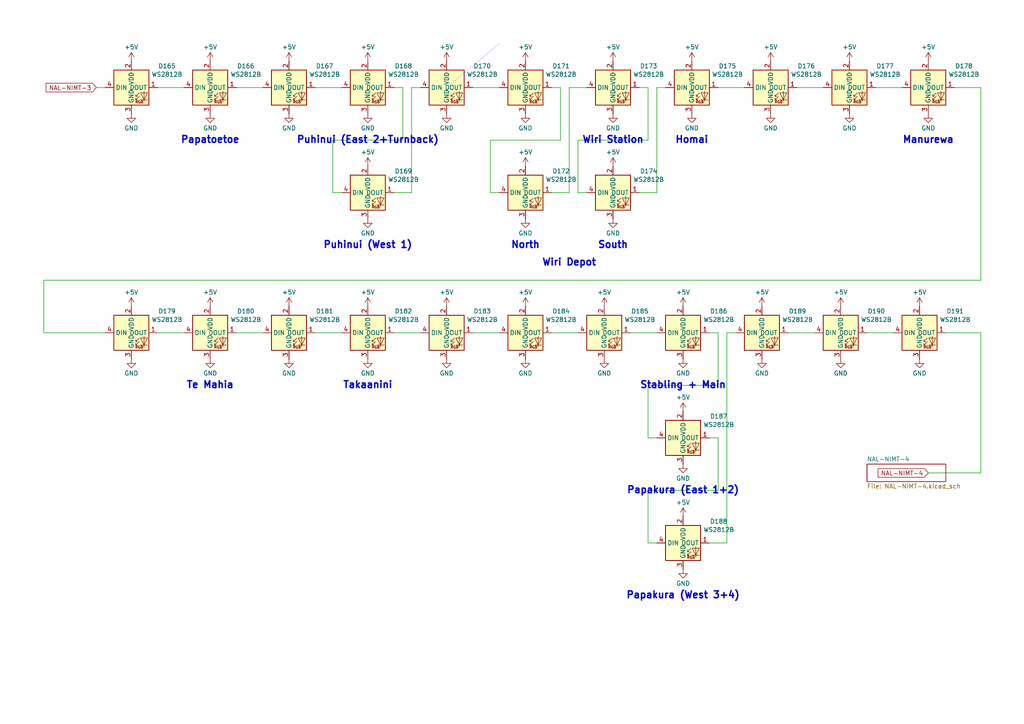
<source format=kicad_sch>
(kicad_sch (version 20250114) (generator "eeschema") (generator_version "9.0")
  (paper "A4")
  (title_block (title "Auckland Train Network Live Map") (date "2025-04-26") (rev "1") (company "Kea Studios") (comment 1 "©Chris Dirks") (comment 2 "MIT License"))
  (lib_symbols
    (symbol "PCM_JLCPCB-Extended:LED, WS2812B, 1615"
      (property "Reference" "D" (at 1.778 6.604 0))
      (property "Value" "WS2812B" (at 5.334 -6.35 0))
      (symbol "LED, WS2812B, 1615_0_0"
        (text "RGB" (at 2.286 -4.191 0) (effects (font (size 0.762 0.762))))
      )
      (symbol "LED, WS2812B, 1615_0_1"
        (polyline (pts (xy 1.27 -2.54) (xy 1.778 -2.54)))
        (polyline (pts (xy 1.27 -3.556) (xy 1.778 -3.556)))
        (polyline (pts (xy 2.286 -1.524) (xy 1.27 -2.54) (xy 1.27 -2.032)))
        (polyline (pts (xy 2.286 -2.54) (xy 1.27 -3.556) (xy 1.27 -3.048)))
        (polyline (pts (xy 3.683 -1.016) (xy 3.683 -3.556) (xy 3.683 -4.064)))
        (polyline (pts (xy 4.699 -1.524) (xy 2.667 -1.524) (xy 3.683 -3.556) (xy 4.699 -1.524)))
        (polyline (pts (xy 4.699 -3.556) (xy 2.667 -3.556)))
        (rectangle (start 5.08 5.08) (end -5.08 -5.08) (stroke (width 0.254)) (fill (type background)))
      )
      (symbol "LED, WS2812B, 1615_1_1"
        (pin input line (at -7.62 0 0) (length 2.54) (name "DIN") (number "4"))
        (pin power_in line (at 0 7.62 270) (length 2.54) (name "VDD") (number "2"))
        (pin power_in line (at 0 -7.62 90) (length 2.54) (name "GND") (number "3"))
        (pin output line (at 7.62 0 180) (length 2.54) (name "DOUT") (number "1"))
      )
    )
    (symbol "power:+5V" (power) (pin_numbers (hide yes)) (pin_names (offset 0) (hide yes))
      (property "Value" "+5V" (at 0 3.556 0))
      (symbol "+5V_0_1"
        (polyline (pts (xy -0.762 1.27) (xy 0 2.54)))
        (polyline (pts (xy 0 2.54) (xy 0.762 1.27)))
        (polyline (pts (xy 0 0) (xy 0 2.54)))
      )
      (symbol "+5V_1_1"
        (pin power_in line (at 0 0 90) (length 0) (name "~") (number "1"))
      )
    )
    (symbol "power:GND" (power) (pin_numbers (hide yes)) (pin_names (offset 0) (hide yes))
      (property "Value" "GND" (at 0 -3.81 0))
      (symbol "GND_0_1"
        (polyline (pts (xy 0 0) (xy 0 -1.27) (xy 1.27 -1.27) (xy 0 -2.54) (xy -1.27 -1.27) (xy 0 -1.27)))
      )
      (symbol "GND_1_1"
        (pin power_in line (at 0 0 270) (length 0) (name "~") (number "1"))
      )
    )
  )
  (text "Homai" (at 200.66 40.64 0) (effects (font (size 2 2) (thickness 0.4) (bold yes))))
  (text "Manurewa" (at 269.24 40.64 0) (effects (font (size 2 2) (thickness 0.4) (bold yes))))
  (text "Stabling + Main" (at 198.12 111.76 0) (effects (font (size 2 2) (thickness 0.4) (bold yes))))
  (text "North" (at 152.4 71.12 0) (effects (font (size 2 2) (thickness 0.4) (bold yes))))
  (text "Puhinui (West 1)" (at 106.68 71.12 0) (effects (font (size 2 2) (thickness 0.4) (bold yes))))
  (text "Wiri Depot" (at 165.1 76.2 0) (effects (font (size 2 2) (thickness 0.4) (bold yes))))
  (text "Te Mahia" (at 60.96 111.76 0) (effects (font (size 2 2) (thickness 0.4) (bold yes))))
  (text "Papakura (West 3+4)" (at 198.12 172.72 0) (effects (font (size 2 2) (thickness 0.4) (bold yes))))
  (text "South" (at 177.8 71.12 0) (effects (font (size 2 2) (thickness 0.4) (bold yes))))
  (text "Takaanini" (at 106.68 111.76 0) (effects (font (size 2 2) (thickness 0.4) (bold yes))))
  (text "Puhinui (East 2+Turnback)" (at 106.68 40.64 0) (effects (font (size 2 2) (thickness 0.4) (bold yes))))
  (text "Wiri Station" (at 177.8 40.64 0) (effects (font (size 2 2) (thickness 0.4) (bold yes))))
  (text "Papatoetoe" (at 60.96 40.64 0) (effects (font (size 2 2) (thickness 0.4) (bold yes))))
  (text "Papakura (East 1+2)" (at 198.12 142.24 0) (effects (font (size 2 2) (thickness 0.4) (bold yes))))
  (wire (pts (xy 114.3 55.88) (xy 119.38 55.88)))
  (wire (pts (xy 27.94 25.4) (xy 30.48 25.4)))
  (wire (pts (xy 116.84 25.4) (xy 116.84 40.64)))
  (wire (pts (xy 208.28 127) (xy 208.28 142.24)))
  (wire (pts (xy 182.88 96.52) (xy 190.5 96.52)))
  (wire (pts (xy 12.7 81.28) (xy 12.7 96.52)))
  (wire (pts (xy 165.1 25.4) (xy 170.18 25.4)))
  (wire (pts (xy 114.3 96.52) (xy 121.92 96.52)))
  (wire (pts (xy 142.24 40.64) (xy 142.24 55.88)))
  (wire (pts (xy 68.58 96.52) (xy 76.2 96.52)))
  (wire (pts (xy 91.44 96.52) (xy 99.06 96.52)))
  (wire (pts (xy 251.46 96.52) (xy 259.08 96.52)))
  (wire (pts (xy 68.58 25.4) (xy 76.2 25.4)))
  (wire (pts (xy 137.16 96.52) (xy 144.78 96.52)))
  (wire (pts (xy 160.02 96.52) (xy 167.64 96.52)))
  (wire (pts (xy 187.96 111.76) (xy 187.96 127)))
  (wire (pts (xy 185.42 55.88) (xy 190.5 55.88)))
  (wire (pts (xy 162.56 40.64) (xy 142.24 40.64)))
  (wire (pts (xy 284.48 81.28) (xy 12.7 81.28)))
  (wire (pts (xy 208.28 96.52) (xy 208.28 111.76)))
  (wire (pts (xy 187.96 142.24) (xy 187.96 157.48)))
  (wire (pts (xy 210.82 96.52) (xy 213.36 96.52)))
  (wire (pts (xy 190.5 55.88) (xy 190.5 25.4)))
  (polyline (pts (xy 144.78 12.7) (xy 129.54 25.4)) (stroke (width 0) (type dot)))
  (wire (pts (xy 160.02 55.88) (xy 165.1 55.88)))
  (wire (pts (xy 96.52 40.64) (xy 96.52 55.88)))
  (wire (pts (xy 91.44 25.4) (xy 99.06 25.4)))
  (wire (pts (xy 187.96 157.48) (xy 190.5 157.48)))
  (wire (pts (xy 205.74 127) (xy 208.28 127)))
  (wire (pts (xy 254 25.4) (xy 261.62 25.4)))
  (wire (pts (xy 190.5 25.4) (xy 193.04 25.4)))
  (wire (pts (xy 208.28 25.4) (xy 215.9 25.4)))
  (wire (pts (xy 185.42 25.4) (xy 187.96 25.4)))
  (wire (pts (xy 228.6 96.52) (xy 236.22 96.52)))
  (wire (pts (xy 231.14 25.4) (xy 238.76 25.4)))
  (wire (pts (xy 276.86 25.4) (xy 284.48 25.4)))
  (wire (pts (xy 210.82 157.48) (xy 210.82 96.52)))
  (wire (pts (xy 284.48 25.4) (xy 284.48 81.28)))
  (wire (pts (xy 162.56 25.4) (xy 162.56 40.64)))
  (wire (pts (xy 167.64 40.64) (xy 167.64 55.88)))
  (wire (pts (xy 205.74 96.52) (xy 208.28 96.52)))
  (wire (pts (xy 205.74 157.48) (xy 210.82 157.48)))
  (wire (pts (xy 208.28 142.24) (xy 187.96 142.24)))
  (wire (pts (xy 114.3 25.4) (xy 116.84 25.4)))
  (wire (pts (xy 208.28 111.76) (xy 187.96 111.76)))
  (wire (pts (xy 137.16 25.4) (xy 144.78 25.4)))
  (wire (pts (xy 187.96 40.64) (xy 167.64 40.64)))
  (wire (pts (xy 119.38 55.88) (xy 119.38 25.4)))
  (wire (pts (xy 12.7 96.52) (xy 30.48 96.52)))
  (wire (pts (xy 119.38 25.4) (xy 121.92 25.4)))
  (wire (pts (xy 160.02 25.4) (xy 162.56 25.4)))
  (wire (pts (xy 45.72 96.52) (xy 53.34 96.52)))
  (wire (pts (xy 284.48 96.52) (xy 284.48 137.16)))
  (wire (pts (xy 165.1 55.88) (xy 165.1 25.4)))
  (wire (pts (xy 269.24 137.16) (xy 284.48 137.16)))
  (wire (pts (xy 142.24 55.88) (xy 144.78 55.88)))
  (wire (pts (xy 187.96 25.4) (xy 187.96 40.64)))
  (wire (pts (xy 167.64 55.88) (xy 170.18 55.88)))
  (wire (pts (xy 187.96 127) (xy 190.5 127)))
  (wire (pts (xy 274.32 96.52) (xy 284.48 96.52)))
  (wire (pts (xy 45.72 25.4) (xy 53.34 25.4)))
  (wire (pts (xy 116.84 40.64) (xy 96.52 40.64)))
  (wire (pts (xy 96.52 55.88) (xy 99.06 55.88)))
  (global_label "NAL-NIMT-3" (shape input) (at 27.94 25.4 180) (property "Intersheetrefs" "${INTERSHEET_REFS}" (effects (hide yes))))
  (global_label "NAL-NIMT-4" (shape input) (at 269.24 137.16 180) (property "Intersheetrefs" "${INTERSHEET_REFS}" (effects (hide yes))))
  (symbol (lib_id "power:GND") (at 129.54 33.02 0) (unit 1)
    (property "Reference" "#PWR0199" (effects (hide yes)))
    (property "Value" "GND" (at 129.54 37.1531 0))
    (property "Description" "Power symbol creates a global label with name \"GND\" , ground" (effects (hide yes)))
  )
  (symbol (lib_id "PCM_JLCPCB-Extended:LED, WS2812B, 1615") (at 175.26 96.52 0) (unit 1)
    (property "Reference" "D185" (at 185.5976 90.2734 0))
    (property "Value" "WS2812B" (at 185.5976 92.6977 0))
    (property "Footprint" "PCM_JLCPCB:LED-SMD_4P-L1.6-W1.5_XL-1615RGBC-WS2812B" (effects (hide yes)))
    (property "Datasheet" "https://atta.szlcsc.com/upload/public/pdf/source/20230111/5AD58278EBED6B6650A81C53A19BF314.pdf" (effects (hide yes)))
    (property "Description" "1615 RGB LEDs(Built-in IC) ROHS" (effects (hide yes)))
    (property "LCSC" "C5349954" (effects (hide yes)))
  )
  (symbol (lib_id "power:GND") (at 60.96 33.02 0) (unit 1)
    (property "Reference" "#PWR0191" (effects (hide yes)))
    (property "Value" "GND" (at 60.96 37.1531 0))
    (property "Description" "Power symbol creates a global label with name \"GND\" , ground" (effects (hide yes)))
  )
  (symbol (lib_id "PCM_JLCPCB-Extended:LED, WS2812B, 1615") (at 106.68 96.52 0) (unit 1)
    (property "Reference" "D182" (at 117.0176 90.2734 0))
    (property "Value" "WS2812B" (at 117.0176 92.6977 0))
    (property "Footprint" "PCM_JLCPCB:LED-SMD_4P-L1.6-W1.5_XL-1615RGBC-WS2812B" (effects (hide yes)))
    (property "Datasheet" "https://atta.szlcsc.com/upload/public/pdf/source/20230111/5AD58278EBED6B6650A81C53A19BF314.pdf" (effects (hide yes)))
    (property "Description" "1615 RGB LEDs(Built-in IC) ROHS" (effects (hide yes)))
    (property "LCSC" "C5349954" (effects (hide yes)))
  )
  (symbol (lib_id "PCM_JLCPCB-Extended:LED, WS2812B, 1615") (at 223.52 25.4 0) (unit 1)
    (property "Reference" "D176" (at 233.8576 19.1534 0))
    (property "Value" "WS2812B" (at 233.8576 21.5777 0))
    (property "Footprint" "PCM_JLCPCB:LED-SMD_4P-L1.6-W1.5_XL-1615RGBC-WS2812B" (effects (hide yes)))
    (property "Datasheet" "https://atta.szlcsc.com/upload/public/pdf/source/20230111/5AD58278EBED6B6650A81C53A19BF314.pdf" (effects (hide yes)))
    (property "Description" "1615 RGB LEDs(Built-in IC) ROHS" (effects (hide yes)))
    (property "LCSC" "C5349954" (effects (hide yes)))
  )
  (symbol (lib_id "power:GND") (at 223.52 33.02 0) (unit 1)
    (property "Reference" "#PWR0211" (effects (hide yes)))
    (property "Value" "GND" (at 223.52 37.1531 0))
    (property "Description" "Power symbol creates a global label with name \"GND\" , ground" (effects (hide yes)))
  )
  (symbol (lib_id "power:GND") (at 269.24 33.02 0) (unit 1)
    (property "Reference" "#PWR0215" (effects (hide yes)))
    (property "Value" "GND" (at 269.24 37.1531 0))
    (property "Description" "Power symbol creates a global label with name \"GND\" , ground" (effects (hide yes)))
  )
  (symbol (lib_id "power:+5V") (at 83.82 88.9 0) (unit 1)
    (property "Reference" "#PWR0220" (effects (hide yes)))
    (property "Value" "+5V" (at 83.82 84.7669 0))
    (property "Description" "Power symbol creates a global label with name \"+5V\"" (effects (hide yes)))
  )
  (symbol (lib_id "power:+5V") (at 129.54 88.9 0) (unit 1)
    (property "Reference" "#PWR0224" (effects (hide yes)))
    (property "Value" "+5V" (at 129.54 84.7669 0))
    (property "Description" "Power symbol creates a global label with name \"+5V\"" (effects (hide yes)))
  )
  (symbol (lib_id "power:+5V") (at 266.7 88.9 0) (unit 1)
    (property "Reference" "#PWR0240" (effects (hide yes)))
    (property "Value" "+5V" (at 266.7 84.7669 0))
    (property "Description" "Power symbol creates a global label with name \"+5V\"" (effects (hide yes)))
  )
  (symbol (lib_id "PCM_JLCPCB-Extended:LED, WS2812B, 1615") (at 152.4 25.4 0) (unit 1)
    (property "Reference" "D171" (at 162.7376 19.1534 0))
    (property "Value" "WS2812B" (at 162.7376 21.5777 0))
    (property "Footprint" "PCM_JLCPCB:LED-SMD_4P-L1.6-W1.5_XL-1615RGBC-WS2812B" (effects (hide yes)))
    (property "Datasheet" "https://atta.szlcsc.com/upload/public/pdf/source/20230111/5AD58278EBED6B6650A81C53A19BF314.pdf" (effects (hide yes)))
    (property "Description" "1615 RGB LEDs(Built-in IC) ROHS" (effects (hide yes)))
    (property "LCSC" "C5349954" (effects (hide yes)))
  )
  (symbol (lib_id "PCM_JLCPCB-Extended:LED, WS2812B, 1615") (at 129.54 96.52 0) (unit 1)
    (property "Reference" "D183" (at 139.8776 90.2734 0))
    (property "Value" "WS2812B" (at 139.8776 92.6977 0))
    (property "Footprint" "PCM_JLCPCB:LED-SMD_4P-L1.6-W1.5_XL-1615RGBC-WS2812B" (effects (hide yes)))
    (property "Datasheet" "https://atta.szlcsc.com/upload/public/pdf/source/20230111/5AD58278EBED6B6650A81C53A19BF314.pdf" (effects (hide yes)))
    (property "Description" "1615 RGB LEDs(Built-in IC) ROHS" (effects (hide yes)))
    (property "LCSC" "C5349954" (effects (hide yes)))
  )
  (symbol (lib_id "power:+5V") (at 198.12 119.38 0) (unit 1)
    (property "Reference" "#PWR0232" (effects (hide yes)))
    (property "Value" "+5V" (at 198.12 115.2469 0))
    (property "Description" "Power symbol creates a global label with name \"+5V\"" (effects (hide yes)))
  )
  (symbol (lib_id "power:+5V") (at 246.38 17.78 0) (unit 1)
    (property "Reference" "#PWR0212" (effects (hide yes)))
    (property "Value" "+5V" (at 246.38 13.6469 0))
    (property "Description" "Power symbol creates a global label with name \"+5V\"" (effects (hide yes)))
  )
  (symbol (lib_id "PCM_JLCPCB-Extended:LED, WS2812B, 1615") (at 106.68 55.88 0) (unit 1)
    (property "Reference" "D169" (at 117.0176 49.6334 0))
    (property "Value" "WS2812B" (at 117.0176 52.0577 0))
    (property "Footprint" "PCM_JLCPCB:LED-SMD_4P-L1.6-W1.5_XL-1615RGBC-WS2812B" (effects (hide yes)))
    (property "Datasheet" "https://atta.szlcsc.com/upload/public/pdf/source/20230111/5AD58278EBED6B6650A81C53A19BF314.pdf" (effects (hide yes)))
    (property "Description" "1615 RGB LEDs(Built-in IC) ROHS" (effects (hide yes)))
    (property "LCSC" "C5349954" (effects (hide yes)))
  )
  (symbol (lib_id "power:GND") (at 198.12 104.14 0) (unit 1)
    (property "Reference" "#PWR0231" (effects (hide yes)))
    (property "Value" "GND" (at 198.12 108.2731 0))
    (property "Description" "Power symbol creates a global label with name \"GND\" , ground" (effects (hide yes)))
  )
  (symbol (lib_id "power:GND") (at 83.82 33.02 0) (unit 1)
    (property "Reference" "#PWR0193" (effects (hide yes)))
    (property "Value" "GND" (at 83.82 37.1531 0))
    (property "Description" "Power symbol creates a global label with name \"GND\" , ground" (effects (hide yes)))
  )
  (symbol (lib_id "power:+5V") (at 200.66 17.78 0) (unit 1)
    (property "Reference" "#PWR0208" (effects (hide yes)))
    (property "Value" "+5V" (at 200.66 13.6469 0))
    (property "Description" "Power symbol creates a global label with name \"+5V\"" (effects (hide yes)))
  )
  (symbol (lib_id "power:+5V") (at 223.52 17.78 0) (unit 1)
    (property "Reference" "#PWR0210" (effects (hide yes)))
    (property "Value" "+5V" (at 223.52 13.6469 0))
    (property "Description" "Power symbol creates a global label with name \"+5V\"" (effects (hide yes)))
  )
  (symbol (lib_id "power:+5V") (at 38.1 88.9 0) (unit 1)
    (property "Reference" "#PWR0216" (effects (hide yes)))
    (property "Value" "+5V" (at 38.1 84.7669 0))
    (property "Description" "Power symbol creates a global label with name \"+5V\"" (effects (hide yes)))
  )
  (symbol (lib_id "PCM_JLCPCB-Extended:LED, WS2812B, 1615") (at 198.12 96.52 0) (unit 1)
    (property "Reference" "D186" (at 208.4576 90.2734 0))
    (property "Value" "WS2812B" (at 208.4576 92.6977 0))
    (property "Footprint" "PCM_JLCPCB:LED-SMD_4P-L1.6-W1.5_XL-1615RGBC-WS2812B" (effects (hide yes)))
    (property "Datasheet" "https://atta.szlcsc.com/upload/public/pdf/source/20230111/5AD58278EBED6B6650A81C53A19BF314.pdf" (effects (hide yes)))
    (property "Description" "1615 RGB LEDs(Built-in IC) ROHS" (effects (hide yes)))
    (property "LCSC" "C5349954" (effects (hide yes)))
  )
  (symbol (lib_id "power:+5V") (at 106.68 88.9 0) (unit 1)
    (property "Reference" "#PWR0222" (effects (hide yes)))
    (property "Value" "+5V" (at 106.68 84.7669 0))
    (property "Description" "Power symbol creates a global label with name \"+5V\"" (effects (hide yes)))
  )
  (symbol (lib_id "power:GND") (at 198.12 134.62 0) (unit 1)
    (property "Reference" "#PWR0233" (effects (hide yes)))
    (property "Value" "GND" (at 198.12 138.7531 0))
    (property "Description" "Power symbol creates a global label with name \"GND\" , ground" (effects (hide yes)))
  )
  (symbol (lib_id "power:GND") (at 177.8 63.5 0) (unit 1)
    (property "Reference" "#PWR0207" (effects (hide yes)))
    (property "Value" "GND" (at 177.8 67.6331 0))
    (property "Description" "Power symbol creates a global label with name \"GND\" , ground" (effects (hide yes)))
  )
  (symbol (lib_id "power:+5V") (at 38.1 17.78 0) (unit 1)
    (property "Reference" "#PWR0178" (effects (hide yes)))
    (property "Value" "+5V" (at 38.1 13.6469 0))
    (property "Description" "Power symbol creates a global label with name \"+5V\"" (effects (hide yes)))
  )
  (symbol (lib_id "power:+5V") (at 243.84 88.9 0) (unit 1)
    (property "Reference" "#PWR0238" (effects (hide yes)))
    (property "Value" "+5V" (at 243.84 84.7669 0))
    (property "Description" "Power symbol creates a global label with name \"+5V\"" (effects (hide yes)))
  )
  (symbol (lib_id "power:+5V") (at 198.12 88.9 0) (unit 1)
    (property "Reference" "#PWR0230" (effects (hide yes)))
    (property "Value" "+5V" (at 198.12 84.7669 0))
    (property "Description" "Power symbol creates a global label with name \"+5V\"" (effects (hide yes)))
  )
  (symbol (lib_id "power:+5V") (at 60.96 17.78 0) (unit 1)
    (property "Reference" "#PWR0190" (effects (hide yes)))
    (property "Value" "+5V" (at 60.96 13.6469 0))
    (property "Description" "Power symbol creates a global label with name \"+5V\"" (effects (hide yes)))
  )
  (symbol (lib_id "PCM_JLCPCB-Extended:LED, WS2812B, 1615") (at 152.4 96.52 0) (unit 1)
    (property "Reference" "D184" (at 162.7376 90.2734 0))
    (property "Value" "WS2812B" (at 162.7376 92.6977 0))
    (property "Footprint" "PCM_JLCPCB:LED-SMD_4P-L1.6-W1.5_XL-1615RGBC-WS2812B" (effects (hide yes)))
    (property "Datasheet" "https://atta.szlcsc.com/upload/public/pdf/source/20230111/5AD58278EBED6B6650A81C53A19BF314.pdf" (effects (hide yes)))
    (property "Description" "1615 RGB LEDs(Built-in IC) ROHS" (effects (hide yes)))
    (property "LCSC" "C5349954" (effects (hide yes)))
  )
  (symbol (lib_id "power:GND") (at 220.98 104.14 0) (unit 1)
    (property "Reference" "#PWR0237" (effects (hide yes)))
    (property "Value" "GND" (at 220.98 108.2731 0))
    (property "Description" "Power symbol creates a global label with name \"GND\" , ground" (effects (hide yes)))
  )
  (symbol (lib_id "power:GND") (at 152.4 104.14 0) (unit 1)
    (property "Reference" "#PWR0227" (effects (hide yes)))
    (property "Value" "GND" (at 152.4 108.2731 0))
    (property "Description" "Power symbol creates a global label with name \"GND\" , ground" (effects (hide yes)))
  )
  (symbol (lib_id "power:+5V") (at 177.8 17.78 0) (unit 1)
    (property "Reference" "#PWR0204" (effects (hide yes)))
    (property "Value" "+5V" (at 177.8 13.6469 0))
    (property "Description" "Power symbol creates a global label with name \"+5V\"" (effects (hide yes)))
  )
  (symbol (lib_id "power:GND") (at 38.1 33.02 0) (unit 1)
    (property "Reference" "#PWR0179" (effects (hide yes)))
    (property "Value" "GND" (at 38.1 37.1531 0))
    (property "Description" "Power symbol creates a global label with name \"GND\" , ground" (effects (hide yes)))
  )
  (symbol (lib_id "power:+5V") (at 220.98 88.9 0) (unit 1)
    (property "Reference" "#PWR0236" (effects (hide yes)))
    (property "Value" "+5V" (at 220.98 84.7669 0))
    (property "Description" "Power symbol creates a global label with name \"+5V\"" (effects (hide yes)))
  )
  (symbol (lib_id "PCM_JLCPCB-Extended:LED, WS2812B, 1615") (at 83.82 25.4 0) (unit 1)
    (property "Reference" "D167" (at 94.1576 19.1534 0))
    (property "Value" "WS2812B" (at 94.1576 21.5777 0))
    (property "Footprint" "PCM_JLCPCB:LED-SMD_4P-L1.6-W1.5_XL-1615RGBC-WS2812B" (effects (hide yes)))
    (property "Datasheet" "https://atta.szlcsc.com/upload/public/pdf/source/20230111/5AD58278EBED6B6650A81C53A19BF314.pdf" (effects (hide yes)))
    (property "Description" "1615 RGB LEDs(Built-in IC) ROHS" (effects (hide yes)))
    (property "LCSC" "C5349954" (effects (hide yes)))
  )
  (symbol (lib_id "PCM_JLCPCB-Extended:LED, WS2812B, 1615") (at 152.4 55.88 0) (unit 1)
    (property "Reference" "D172" (at 162.7376 49.6334 0))
    (property "Value" "WS2812B" (at 162.7376 52.0577 0))
    (property "Footprint" "PCM_JLCPCB:LED-SMD_4P-L1.6-W1.5_XL-1615RGBC-WS2812B" (effects (hide yes)))
    (property "Datasheet" "https://atta.szlcsc.com/upload/public/pdf/source/20230111/5AD58278EBED6B6650A81C53A19BF314.pdf" (effects (hide yes)))
    (property "Description" "1615 RGB LEDs(Built-in IC) ROHS" (effects (hide yes)))
    (property "LCSC" "C5349954" (effects (hide yes)))
  )
  (symbol (lib_id "PCM_JLCPCB-Extended:LED, WS2812B, 1615") (at 198.12 157.48 0) (unit 1)
    (property "Reference" "D188" (at 208.4576 151.2334 0))
    (property "Value" "WS2812B" (at 208.4576 153.6577 0))
    (property "Footprint" "PCM_JLCPCB:LED-SMD_4P-L1.6-W1.5_XL-1615RGBC-WS2812B" (effects (hide yes)))
    (property "Datasheet" "https://atta.szlcsc.com/upload/public/pdf/source/20230111/5AD58278EBED6B6650A81C53A19BF314.pdf" (effects (hide yes)))
    (property "Description" "1615 RGB LEDs(Built-in IC) ROHS" (effects (hide yes)))
    (property "LCSC" "C5349954" (effects (hide yes)))
  )
  (symbol (lib_id "power:+5V") (at 175.26 88.9 0) (unit 1)
    (property "Reference" "#PWR0228" (effects (hide yes)))
    (property "Value" "+5V" (at 175.26 84.7669 0))
    (property "Description" "Power symbol creates a global label with name \"+5V\"" (effects (hide yes)))
  )
  (symbol (lib_id "power:GND") (at 106.68 33.02 0) (unit 1)
    (property "Reference" "#PWR0195" (effects (hide yes)))
    (property "Value" "GND" (at 106.68 37.1531 0))
    (property "Description" "Power symbol creates a global label with name \"GND\" , ground" (effects (hide yes)))
  )
  (symbol (lib_id "power:GND") (at 152.4 33.02 0) (unit 1)
    (property "Reference" "#PWR0201" (effects (hide yes)))
    (property "Value" "GND" (at 152.4 37.1531 0))
    (property "Description" "Power symbol creates a global label with name \"GND\" , ground" (effects (hide yes)))
  )
  (symbol (lib_id "PCM_JLCPCB-Extended:LED, WS2812B, 1615") (at 246.38 25.4 0) (unit 1)
    (property "Reference" "D177" (at 256.7176 19.1534 0))
    (property "Value" "WS2812B" (at 256.7176 21.5777 0))
    (property "Footprint" "PCM_JLCPCB:LED-SMD_4P-L1.6-W1.5_XL-1615RGBC-WS2812B" (effects (hide yes)))
    (property "Datasheet" "https://atta.szlcsc.com/upload/public/pdf/source/20230111/5AD58278EBED6B6650A81C53A19BF314.pdf" (effects (hide yes)))
    (property "Description" "1615 RGB LEDs(Built-in IC) ROHS" (effects (hide yes)))
    (property "LCSC" "C5349954" (effects (hide yes)))
  )
  (symbol (lib_id "power:GND") (at 243.84 104.14 0) (unit 1)
    (property "Reference" "#PWR0239" (effects (hide yes)))
    (property "Value" "GND" (at 243.84 108.2731 0))
    (property "Description" "Power symbol creates a global label with name \"GND\" , ground" (effects (hide yes)))
  )
  (symbol (lib_id "PCM_JLCPCB-Extended:LED, WS2812B, 1615") (at 198.12 127 0) (unit 1)
    (property "Reference" "D187" (at 208.4576 120.7534 0))
    (property "Value" "WS2812B" (at 208.4576 123.1777 0))
    (property "Footprint" "PCM_JLCPCB:LED-SMD_4P-L1.6-W1.5_XL-1615RGBC-WS2812B" (effects (hide yes)))
    (property "Datasheet" "https://atta.szlcsc.com/upload/public/pdf/source/20230111/5AD58278EBED6B6650A81C53A19BF314.pdf" (effects (hide yes)))
    (property "Description" "1615 RGB LEDs(Built-in IC) ROHS" (effects (hide yes)))
    (property "LCSC" "C5349954" (effects (hide yes)))
  )
  (symbol (lib_id "PCM_JLCPCB-Extended:LED, WS2812B, 1615") (at 269.24 25.4 0) (unit 1)
    (property "Reference" "D178" (at 279.5776 19.1534 0))
    (property "Value" "WS2812B" (at 279.5776 21.5777 0))
    (property "Footprint" "PCM_JLCPCB:LED-SMD_4P-L1.6-W1.5_XL-1615RGBC-WS2812B" (effects (hide yes)))
    (property "Datasheet" "https://atta.szlcsc.com/upload/public/pdf/source/20230111/5AD58278EBED6B6650A81C53A19BF314.pdf" (effects (hide yes)))
    (property "Description" "1615 RGB LEDs(Built-in IC) ROHS" (effects (hide yes)))
    (property "LCSC" "C5349954" (effects (hide yes)))
  )
  (symbol (lib_id "power:GND") (at 175.26 104.14 0) (unit 1)
    (property "Reference" "#PWR0229" (effects (hide yes)))
    (property "Value" "GND" (at 175.26 108.2731 0))
    (property "Description" "Power symbol creates a global label with name \"GND\" , ground" (effects (hide yes)))
  )
  (symbol (lib_id "PCM_JLCPCB-Extended:LED, WS2812B, 1615") (at 60.96 96.52 0) (unit 1)
    (property "Reference" "D180" (at 71.2976 90.2734 0))
    (property "Value" "WS2812B" (at 71.2976 92.6977 0))
    (property "Footprint" "PCM_JLCPCB:LED-SMD_4P-L1.6-W1.5_XL-1615RGBC-WS2812B" (effects (hide yes)))
    (property "Datasheet" "https://atta.szlcsc.com/upload/public/pdf/source/20230111/5AD58278EBED6B6650A81C53A19BF314.pdf" (effects (hide yes)))
    (property "Description" "1615 RGB LEDs(Built-in IC) ROHS" (effects (hide yes)))
    (property "LCSC" "C5349954" (effects (hide yes)))
  )
  (symbol (lib_id "power:GND") (at 106.68 63.5 0) (unit 1)
    (property "Reference" "#PWR0197" (effects (hide yes)))
    (property "Value" "GND" (at 106.68 67.6331 0))
    (property "Description" "Power symbol creates a global label with name \"GND\" , ground" (effects (hide yes)))
  )
  (symbol (lib_id "power:+5V") (at 106.68 17.78 0) (unit 1)
    (property "Reference" "#PWR0194" (effects (hide yes)))
    (property "Value" "+5V" (at 106.68 13.6469 0))
    (property "Description" "Power symbol creates a global label with name \"+5V\"" (effects (hide yes)))
  )
  (symbol (lib_id "power:+5V") (at 177.8 48.26 0) (unit 1)
    (property "Reference" "#PWR0206" (effects (hide yes)))
    (property "Value" "+5V" (at 177.8 44.1269 0))
    (property "Description" "Power symbol creates a global label with name \"+5V\"" (effects (hide yes)))
  )
  (symbol (lib_id "power:GND") (at 266.7 104.14 0) (unit 1)
    (property "Reference" "#PWR0241" (effects (hide yes)))
    (property "Value" "GND" (at 266.7 108.2731 0))
    (property "Description" "Power symbol creates a global label with name \"GND\" , ground" (effects (hide yes)))
  )
  (symbol (lib_id "PCM_JLCPCB-Extended:LED, WS2812B, 1615") (at 129.54 25.4 0) (unit 1)
    (property "Reference" "D170" (at 139.8776 19.1534 0))
    (property "Value" "WS2812B" (at 139.8776 21.5777 0))
    (property "Footprint" "PCM_JLCPCB:LED-SMD_4P-L1.6-W1.5_XL-1615RGBC-WS2812B" (effects (hide yes)))
    (property "Datasheet" "https://atta.szlcsc.com/upload/public/pdf/source/20230111/5AD58278EBED6B6650A81C53A19BF314.pdf" (effects (hide yes)))
    (property "Description" "1615 RGB LEDs(Built-in IC) ROHS" (effects (hide yes)))
    (property "LCSC" "C5349954" (effects (hide yes)))
  )
  (symbol (lib_id "PCM_JLCPCB-Extended:LED, WS2812B, 1615") (at 220.98 96.52 0) (unit 1)
    (property "Reference" "D189" (at 231.3176 90.2734 0))
    (property "Value" "WS2812B" (at 231.3176 92.6977 0))
    (property "Footprint" "PCM_JLCPCB:LED-SMD_4P-L1.6-W1.5_XL-1615RGBC-WS2812B" (effects (hide yes)))
    (property "Datasheet" "https://atta.szlcsc.com/upload/public/pdf/source/20230111/5AD58278EBED6B6650A81C53A19BF314.pdf" (effects (hide yes)))
    (property "Description" "1615 RGB LEDs(Built-in IC) ROHS" (effects (hide yes)))
    (property "LCSC" "C5349954" (effects (hide yes)))
  )
  (symbol (lib_id "power:GND") (at 198.12 165.1 0) (unit 1)
    (property "Reference" "#PWR0235" (effects (hide yes)))
    (property "Value" "GND" (at 198.12 169.2331 0))
    (property "Description" "Power symbol creates a global label with name \"GND\" , ground" (effects (hide yes)))
  )
  (symbol (lib_id "power:GND") (at 106.68 104.14 0) (unit 1)
    (property "Reference" "#PWR0223" (effects (hide yes)))
    (property "Value" "GND" (at 106.68 108.2731 0))
    (property "Description" "Power symbol creates a global label with name \"GND\" , ground" (effects (hide yes)))
  )
  (symbol (lib_id "PCM_JLCPCB-Extended:LED, WS2812B, 1615") (at 83.82 96.52 0) (unit 1)
    (property "Reference" "D181" (at 94.1576 90.2734 0))
    (property "Value" "WS2812B" (at 94.1576 92.6977 0))
    (property "Footprint" "PCM_JLCPCB:LED-SMD_4P-L1.6-W1.5_XL-1615RGBC-WS2812B" (effects (hide yes)))
    (property "Datasheet" "https://atta.szlcsc.com/upload/public/pdf/source/20230111/5AD58278EBED6B6650A81C53A19BF314.pdf" (effects (hide yes)))
    (property "Description" "1615 RGB LEDs(Built-in IC) ROHS" (effects (hide yes)))
    (property "LCSC" "C5349954" (effects (hide yes)))
  )
  (symbol (lib_id "power:+5V") (at 152.4 17.78 0) (unit 1)
    (property "Reference" "#PWR0200" (effects (hide yes)))
    (property "Value" "+5V" (at 152.4 13.6469 0))
    (property "Description" "Power symbol creates a global label with name \"+5V\"" (effects (hide yes)))
  )
  (symbol (lib_id "power:GND") (at 177.8 33.02 0) (unit 1)
    (property "Reference" "#PWR0205" (effects (hide yes)))
    (property "Value" "GND" (at 177.8 37.1531 0))
    (property "Description" "Power symbol creates a global label with name \"GND\" , ground" (effects (hide yes)))
  )
  (symbol (lib_id "PCM_JLCPCB-Extended:LED, WS2812B, 1615") (at 177.8 25.4 0) (unit 1)
    (property "Reference" "D173" (at 188.1376 19.1534 0))
    (property "Value" "WS2812B" (at 188.1376 21.5777 0))
    (property "Footprint" "PCM_JLCPCB:LED-SMD_4P-L1.6-W1.5_XL-1615RGBC-WS2812B" (effects (hide yes)))
    (property "Datasheet" "https://atta.szlcsc.com/upload/public/pdf/source/20230111/5AD58278EBED6B6650A81C53A19BF314.pdf" (effects (hide yes)))
    (property "Description" "1615 RGB LEDs(Built-in IC) ROHS" (effects (hide yes)))
    (property "LCSC" "C5349954" (effects (hide yes)))
  )
  (symbol (lib_id "power:+5V") (at 129.54 17.78 0) (unit 1)
    (property "Reference" "#PWR0198" (effects (hide yes)))
    (property "Value" "+5V" (at 129.54 13.6469 0))
    (property "Description" "Power symbol creates a global label with name \"+5V\"" (effects (hide yes)))
  )
  (symbol (lib_id "power:+5V") (at 83.82 17.78 0) (unit 1)
    (property "Reference" "#PWR0192" (effects (hide yes)))
    (property "Value" "+5V" (at 83.82 13.6469 0))
    (property "Description" "Power symbol creates a global label with name \"+5V\"" (effects (hide yes)))
  )
  (symbol (lib_id "power:GND") (at 60.96 104.14 0) (unit 1)
    (property "Reference" "#PWR0219" (effects (hide yes)))
    (property "Value" "GND" (at 60.96 108.2731 0))
    (property "Description" "Power symbol creates a global label with name \"GND\" , ground" (effects (hide yes)))
  )
  (symbol (lib_id "PCM_JLCPCB-Extended:LED, WS2812B, 1615") (at 38.1 96.52 0) (unit 1)
    (property "Reference" "D179" (at 48.4376 90.2734 0))
    (property "Value" "WS2812B" (at 48.4376 92.6977 0))
    (property "Footprint" "PCM_JLCPCB:LED-SMD_4P-L1.6-W1.5_XL-1615RGBC-WS2812B" (effects (hide yes)))
    (property "Datasheet" "https://atta.szlcsc.com/upload/public/pdf/source/20230111/5AD58278EBED6B6650A81C53A19BF314.pdf" (effects (hide yes)))
    (property "Description" "1615 RGB LEDs(Built-in IC) ROHS" (effects (hide yes)))
    (property "LCSC" "C5349954" (effects (hide yes)))
  )
  (symbol (lib_id "power:GND") (at 246.38 33.02 0) (unit 1)
    (property "Reference" "#PWR0213" (effects (hide yes)))
    (property "Value" "GND" (at 246.38 37.1531 0))
    (property "Description" "Power symbol creates a global label with name \"GND\" , ground" (effects (hide yes)))
  )
  (symbol (lib_id "PCM_JLCPCB-Extended:LED, WS2812B, 1615") (at 266.7 96.52 0) (unit 1)
    (property "Reference" "D191" (at 277.0376 90.2734 0))
    (property "Value" "WS2812B" (at 277.0376 92.6977 0))
    (property "Footprint" "PCM_JLCPCB:LED-SMD_4P-L1.6-W1.5_XL-1615RGBC-WS2812B" (effects (hide yes)))
    (property "Datasheet" "https://atta.szlcsc.com/upload/public/pdf/source/20230111/5AD58278EBED6B6650A81C53A19BF314.pdf" (effects (hide yes)))
    (property "Description" "1615 RGB LEDs(Built-in IC) ROHS" (effects (hide yes)))
    (property "LCSC" "C5349954" (effects (hide yes)))
  )
  (symbol (lib_id "power:GND") (at 83.82 104.14 0) (unit 1)
    (property "Reference" "#PWR0221" (effects (hide yes)))
    (property "Value" "GND" (at 83.82 108.2731 0))
    (property "Description" "Power symbol creates a global label with name \"GND\" , ground" (effects (hide yes)))
  )
  (symbol (lib_id "PCM_JLCPCB-Extended:LED, WS2812B, 1615") (at 60.96 25.4 0) (unit 1)
    (property "Reference" "D166" (at 71.2976 19.1534 0))
    (property "Value" "WS2812B" (at 71.2976 21.5777 0))
    (property "Footprint" "PCM_JLCPCB:LED-SMD_4P-L1.6-W1.5_XL-1615RGBC-WS2812B" (effects (hide yes)))
    (property "Datasheet" "https://atta.szlcsc.com/upload/public/pdf/source/20230111/5AD58278EBED6B6650A81C53A19BF314.pdf" (effects (hide yes)))
    (property "Description" "1615 RGB LEDs(Built-in IC) ROHS" (effects (hide yes)))
    (property "LCSC" "C5349954" (effects (hide yes)))
  )
  (symbol (lib_id "PCM_JLCPCB-Extended:LED, WS2812B, 1615") (at 177.8 55.88 0) (unit 1)
    (property "Reference" "D174" (at 188.1376 49.6334 0))
    (property "Value" "WS2812B" (at 188.1376 52.0577 0))
    (property "Footprint" "PCM_JLCPCB:LED-SMD_4P-L1.6-W1.5_XL-1615RGBC-WS2812B" (effects (hide yes)))
    (property "Datasheet" "https://atta.szlcsc.com/upload/public/pdf/source/20230111/5AD58278EBED6B6650A81C53A19BF314.pdf" (effects (hide yes)))
    (property "Description" "1615 RGB LEDs(Built-in IC) ROHS" (effects (hide yes)))
    (property "LCSC" "C5349954" (effects (hide yes)))
  )
  (symbol (lib_id "power:+5V") (at 198.12 149.86 0) (unit 1)
    (property "Reference" "#PWR0234" (effects (hide yes)))
    (property "Value" "+5V" (at 198.12 145.7269 0))
    (property "Description" "Power symbol creates a global label with name \"+5V\"" (effects (hide yes)))
  )
  (symbol (lib_id "power:+5V") (at 152.4 88.9 0) (unit 1)
    (property "Reference" "#PWR0226" (effects (hide yes)))
    (property "Value" "+5V" (at 152.4 84.7669 0))
    (property "Description" "Power symbol creates a global label with name \"+5V\"" (effects (hide yes)))
  )
  (symbol (lib_id "power:GND") (at 152.4 63.5 0) (unit 1)
    (property "Reference" "#PWR0203" (effects (hide yes)))
    (property "Value" "GND" (at 152.4 67.6331 0))
    (property "Description" "Power symbol creates a global label with name \"GND\" , ground" (effects (hide yes)))
  )
  (symbol (lib_id "power:+5V") (at 269.24 17.78 0) (unit 1)
    (property "Reference" "#PWR0214" (effects (hide yes)))
    (property "Value" "+5V" (at 269.24 13.6469 0))
    (property "Description" "Power symbol creates a global label with name \"+5V\"" (effects (hide yes)))
  )
  (symbol (lib_id "power:+5V") (at 106.68 48.26 0) (unit 1)
    (property "Reference" "#PWR0196" (effects (hide yes)))
    (property "Value" "+5V" (at 106.68 44.1269 0))
    (property "Description" "Power symbol creates a global label with name \"+5V\"" (effects (hide yes)))
  )
  (symbol (lib_id "PCM_JLCPCB-Extended:LED, WS2812B, 1615") (at 38.1 25.4 0) (unit 1)
    (property "Reference" "D165" (at 48.4376 19.1534 0))
    (property "Value" "WS2812B" (at 48.4376 21.5777 0))
    (property "Footprint" "PCM_JLCPCB:LED-SMD_4P-L1.6-W1.5_XL-1615RGBC-WS2812B" (effects (hide yes)))
    (property "Datasheet" "https://atta.szlcsc.com/upload/public/pdf/source/20230111/5AD58278EBED6B6650A81C53A19BF314.pdf" (effects (hide yes)))
    (property "Description" "1615 RGB LEDs(Built-in IC) ROHS" (effects (hide yes)))
    (property "LCSC" "C5349954" (effects (hide yes)))
  )
  (symbol (lib_id "power:+5V") (at 60.96 88.9 0) (unit 1)
    (property "Reference" "#PWR0218" (effects (hide yes)))
    (property "Value" "+5V" (at 60.96 84.7669 0))
    (property "Description" "Power symbol creates a global label with name \"+5V\"" (effects (hide yes)))
  )
  (symbol (lib_id "PCM_JLCPCB-Extended:LED, WS2812B, 1615") (at 106.68 25.4 0) (unit 1)
    (property "Reference" "D168" (at 117.0176 19.1534 0))
    (property "Value" "WS2812B" (at 117.0176 21.5777 0))
    (property "Footprint" "PCM_JLCPCB:LED-SMD_4P-L1.6-W1.5_XL-1615RGBC-WS2812B" (effects (hide yes)))
    (property "Datasheet" "https://atta.szlcsc.com/upload/public/pdf/source/20230111/5AD58278EBED6B6650A81C53A19BF314.pdf" (effects (hide yes)))
    (property "Description" "1615 RGB LEDs(Built-in IC) ROHS" (effects (hide yes)))
    (property "LCSC" "C5349954" (effects (hide yes)))
  )
  (symbol (lib_id "power:GND") (at 129.54 104.14 0) (unit 1)
    (property "Reference" "#PWR0225" (effects (hide yes)))
    (property "Value" "GND" (at 129.54 108.2731 0))
    (property "Description" "Power symbol creates a global label with name \"GND\" , ground" (effects (hide yes)))
  )
  (symbol (lib_id "PCM_JLCPCB-Extended:LED, WS2812B, 1615") (at 243.84 96.52 0) (unit 1)
    (property "Reference" "D190" (at 254.1776 90.2734 0))
    (property "Value" "WS2812B" (at 254.1776 92.6977 0))
    (property "Footprint" "PCM_JLCPCB:LED-SMD_4P-L1.6-W1.5_XL-1615RGBC-WS2812B" (effects (hide yes)))
    (property "Datasheet" "https://atta.szlcsc.com/upload/public/pdf/source/20230111/5AD58278EBED6B6650A81C53A19BF314.pdf" (effects (hide yes)))
    (property "Description" "1615 RGB LEDs(Built-in IC) ROHS" (effects (hide yes)))
    (property "LCSC" "C5349954" (effects (hide yes)))
  )
  (symbol (lib_id "power:GND") (at 38.1 104.14 0) (unit 1)
    (property "Reference" "#PWR0217" (effects (hide yes)))
    (property "Value" "GND" (at 38.1 108.2731 0))
    (property "Description" "Power symbol creates a global label with name \"GND\" , ground" (effects (hide yes)))
  )
  (symbol (lib_id "power:+5V") (at 152.4 48.26 0) (unit 1)
    (property "Reference" "#PWR0202" (effects (hide yes)))
    (property "Value" "+5V" (at 152.4 44.1269 0))
    (property "Description" "Power symbol creates a global label with name \"+5V\"" (effects (hide yes)))
  )
  (symbol (lib_id "PCM_JLCPCB-Extended:LED, WS2812B, 1615") (at 200.66 25.4 0) (unit 1)
    (property "Reference" "D175" (at 210.9976 19.1534 0))
    (property "Value" "WS2812B" (at 210.9976 21.5777 0))
    (property "Footprint" "PCM_JLCPCB:LED-SMD_4P-L1.6-W1.5_XL-1615RGBC-WS2812B" (effects (hide yes)))
    (property "Datasheet" "https://atta.szlcsc.com/upload/public/pdf/source/20230111/5AD58278EBED6B6650A81C53A19BF314.pdf" (effects (hide yes)))
    (property "Description" "1615 RGB LEDs(Built-in IC) ROHS" (effects (hide yes)))
    (property "LCSC" "C5349954" (effects (hide yes)))
  )
  (symbol (lib_id "power:GND") (at 200.66 33.02 0) (unit 1)
    (property "Reference" "#PWR0209" (effects (hide yes)))
    (property "Value" "GND" (at 200.66 37.1531 0))
    (property "Description" "Power symbol creates a global label with name \"GND\" , ground" (effects (hide yes)))
  )
  (sheet (at 251.46 134.62) (size 22.86 5.08) (stroke (width 0.1524))
    (property "Sheetname" "NAL-NIMT-4" (at 251.46 133.9084 0) (effects (justify left bottom)))
    (property "Sheetfile" "NAL-NIMT-4.kicad_sch" (at 251.46 140.2846 0) (effects (justify left top)))
  )
)
</source>
